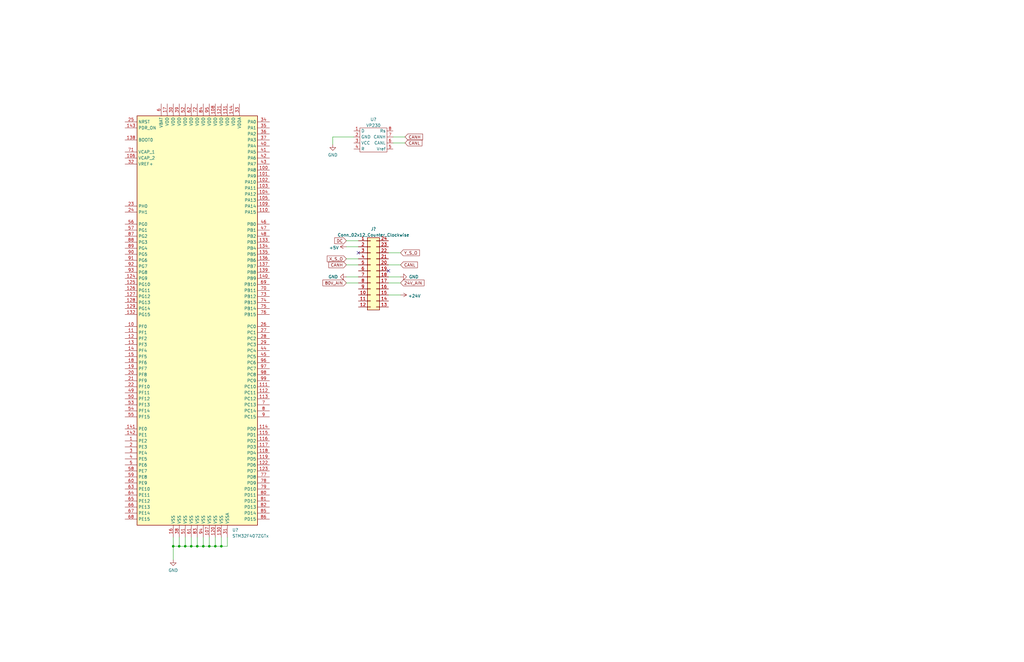
<source format=kicad_sch>
(kicad_sch (version 20211123) (generator eeschema)
  (paper "USLedger")
  (lib_symbols
    (symbol "Connector_Generic:Conn_02x12_Counter_Clockwise" (pin_names (offset 1.016) hide)
      (property "Reference" "J" (at 1.27 15.24 0))
      (property "Value" "Conn_02x12_Counter_Clockwise" (at 1.27 -17.78 0))
      (symbol "Conn_02x12_Counter_Clockwise_1_1"
        (rectangle (start -1.27 -15.113) (end 0 -15.367) (stroke (width 0.1524)))
        (rectangle (start -1.27 -12.573) (end 0 -12.827) (stroke (width 0.1524)))
        (rectangle (start -1.27 -10.033) (end 0 -10.287) (stroke (width 0.1524)))
        (rectangle (start -1.27 -7.493) (end 0 -7.747) (stroke (width 0.1524)))
        (rectangle (start -1.27 -4.953) (end 0 -5.207) (stroke (width 0.1524)))
        (rectangle (start -1.27 -2.413) (end 0 -2.667) (stroke (width 0.1524)))
        (rectangle (start -1.27 0.127) (end 0 -0.127) (stroke (width 0.1524)))
        (rectangle (start -1.27 2.667) (end 0 2.413) (stroke (width 0.1524)))
        (rectangle (start -1.27 5.207) (end 0 4.953) (stroke (width 0.1524)))
        (rectangle (start -1.27 7.747) (end 0 7.493) (stroke (width 0.1524)))
        (rectangle (start -1.27 10.287) (end 0 10.033) (stroke (width 0.1524)))
        (rectangle (start -1.27 12.827) (end 0 12.573) (stroke (width 0.1524)))
        (rectangle (start -1.27 13.97) (end 3.81 -16.51) (stroke (width 0.254)) (fill (type background)))
        (rectangle (start 3.81 -15.113) (end 2.54 -15.367) (stroke (width 0.1524)))
        (rectangle (start 3.81 -12.573) (end 2.54 -12.827) (stroke (width 0.1524)))
        (rectangle (start 3.81 -10.033) (end 2.54 -10.287) (stroke (width 0.1524)))
        (rectangle (start 3.81 -7.493) (end 2.54 -7.747) (stroke (width 0.1524)))
        (rectangle (start 3.81 -4.953) (end 2.54 -5.207) (stroke (width 0.1524)))
        (rectangle (start 3.81 -2.413) (end 2.54 -2.667) (stroke (width 0.1524)))
        (rectangle (start 3.81 0.127) (end 2.54 -0.127) (stroke (width 0.1524)))
        (rectangle (start 3.81 2.667) (end 2.54 2.413) (stroke (width 0.1524)))
        (rectangle (start 3.81 5.207) (end 2.54 4.953) (stroke (width 0.1524)))
        (rectangle (start 3.81 7.747) (end 2.54 7.493) (stroke (width 0.1524)))
        (rectangle (start 3.81 10.287) (end 2.54 10.033) (stroke (width 0.1524)))
        (rectangle (start 3.81 12.827) (end 2.54 12.573) (stroke (width 0.1524)))
        (pin passive line (at -5.08 12.7 0) (length 3.81) (name "Pin_1") (number "1"))
        (pin passive line (at -5.08 -10.16 0) (length 3.81) (name "Pin_10") (number "10"))
        (pin passive line (at -5.08 -12.7 0) (length 3.81) (name "Pin_11") (number "11"))
        (pin passive line (at -5.08 -15.24 0) (length 3.81) (name "Pin_12") (number "12"))
        (pin passive line (at 7.62 -15.24 180) (length 3.81) (name "Pin_13") (number "13"))
        (pin passive line (at 7.62 -12.7 180) (length 3.81) (name "Pin_14") (number "14"))
        (pin passive line (at 7.62 -10.16 180) (length 3.81) (name "Pin_15") (number "15"))
        (pin passive line (at 7.62 -7.62 180) (length 3.81) (name "Pin_16") (number "16"))
        (pin passive line (at 7.62 -5.08 180) (length 3.81) (name "Pin_17") (number "17"))
        (pin passive line (at 7.62 -2.54 180) (length 3.81) (name "Pin_18") (number "18"))
        (pin passive line (at 7.62 0 180) (length 3.81) (name "Pin_19") (number "19"))
        (pin passive line (at -5.08 10.16 0) (length 3.81) (name "Pin_2") (number "2"))
        (pin passive line (at 7.62 2.54 180) (length 3.81) (name "Pin_20") (number "20"))
        (pin passive line (at 7.62 5.08 180) (length 3.81) (name "Pin_21") (number "21"))
        (pin passive line (at 7.62 7.62 180) (length 3.81) (name "Pin_22") (number "22"))
        (pin passive line (at 7.62 10.16 180) (length 3.81) (name "Pin_23") (number "23"))
        (pin passive line (at 7.62 12.7 180) (length 3.81) (name "Pin_24") (number "24"))
        (pin passive line (at -5.08 7.62 0) (length 3.81) (name "Pin_3") (number "3"))
        (pin passive line (at -5.08 5.08 0) (length 3.81) (name "Pin_4") (number "4"))
        (pin passive line (at -5.08 2.54 0) (length 3.81) (name "Pin_5") (number "5"))
        (pin passive line (at -5.08 0 0) (length 3.81) (name "Pin_6") (number "6"))
        (pin passive line (at -5.08 -2.54 0) (length 3.81) (name "Pin_7") (number "7"))
        (pin passive line (at -5.08 -5.08 0) (length 3.81) (name "Pin_8") (number "8"))
        (pin passive line (at -5.08 -7.62 0) (length 3.81) (name "Pin_9") (number "9"))
      )
    )
    (symbol "MCU_ST_STM32F4:STM32F407ZGTx"
      (property "Reference" "U" (at -25.4 87.63 0))
      (property "Value" "STM32F407ZGTx" (at 20.32 87.63 0))
      (symbol "STM32F407ZGTx_0_1"
        (rectangle (start -25.4 -86.36) (end 25.4 86.36) (stroke (width 0.254)) (fill (type background)))
      )
      (symbol "STM32F407ZGTx_1_1"
        (pin bidirectional line (at -30.48 -50.8 0) (length 5.08) (name "PE2") (number "1"))
        (pin bidirectional line (at -30.48 -2.54 0) (length 5.08) (name "PF0") (number "10"))
        (pin bidirectional line (at 30.48 63.5 180) (length 5.08) (name "PA8") (number "100"))
        (pin bidirectional line (at 30.48 60.96 180) (length 5.08) (name "PA9") (number "101"))
        (pin bidirectional line (at 30.48 58.42 180) (length 5.08) (name "PA10") (number "102"))
        (pin bidirectional line (at 30.48 55.88 180) (length 5.08) (name "PA11") (number "103"))
        (pin bidirectional line (at 30.48 53.34 180) (length 5.08) (name "PA12") (number "104"))
        (pin bidirectional line (at 30.48 50.8 180) (length 5.08) (name "PA13") (number "105"))
        (pin power_in line (at -30.48 68.58 0) (length 5.08) (name "VCAP_2") (number "106"))
        (pin power_in line (at 5.08 -91.44 90) (length 5.08) (name "VSS") (number "107"))
        (pin power_in line (at 7.62 91.44 270) (length 5.08) (name "VDD") (number "108"))
        (pin bidirectional line (at 30.48 48.26 180) (length 5.08) (name "PA14") (number "109"))
        (pin bidirectional line (at -30.48 -5.08 0) (length 5.08) (name "PF1") (number "11"))
        (pin bidirectional line (at 30.48 45.72 180) (length 5.08) (name "PA15") (number "110"))
        (pin bidirectional line (at 30.48 -27.94 180) (length 5.08) (name "PC10") (number "111"))
        (pin bidirectional line (at 30.48 -30.48 180) (length 5.08) (name "PC11") (number "112"))
        (pin bidirectional line (at 30.48 -33.02 180) (length 5.08) (name "PC12") (number "113"))
        (pin bidirectional line (at 30.48 -45.72 180) (length 5.08) (name "PD0") (number "114"))
        (pin bidirectional line (at 30.48 -48.26 180) (length 5.08) (name "PD1") (number "115"))
        (pin bidirectional line (at 30.48 -50.8 180) (length 5.08) (name "PD2") (number "116"))
        (pin bidirectional line (at 30.48 -53.34 180) (length 5.08) (name "PD3") (number "117"))
        (pin bidirectional line (at 30.48 -55.88 180) (length 5.08) (name "PD4") (number "118"))
        (pin bidirectional line (at 30.48 -58.42 180) (length 5.08) (name "PD5") (number "119"))
        (pin bidirectional line (at -30.48 -7.62 0) (length 5.08) (name "PF2") (number "12"))
        (pin power_in line (at 7.62 -91.44 90) (length 5.08) (name "VSS") (number "120"))
        (pin power_in line (at 10.16 91.44 270) (length 5.08) (name "VDD") (number "121"))
        (pin bidirectional line (at 30.48 -60.96 180) (length 5.08) (name "PD6") (number "122"))
        (pin bidirectional line (at 30.48 -63.5 180) (length 5.08) (name "PD7") (number "123"))
        (pin bidirectional line (at -30.48 17.78 0) (length 5.08) (name "PG9") (number "124"))
        (pin bidirectional line (at -30.48 15.24 0) (length 5.08) (name "PG10") (number "125"))
        (pin bidirectional line (at -30.48 12.7 0) (length 5.08) (name "PG11") (number "126"))
        (pin bidirectional line (at -30.48 10.16 0) (length 5.08) (name "PG12") (number "127"))
        (pin bidirectional line (at -30.48 7.62 0) (length 5.08) (name "PG13") (number "128"))
        (pin bidirectional line (at -30.48 5.08 0) (length 5.08) (name "PG14") (number "129"))
        (pin bidirectional line (at -30.48 -10.16 0) (length 5.08) (name "PF3") (number "13"))
        (pin power_in line (at 10.16 -91.44 90) (length 5.08) (name "VSS") (number "130"))
        (pin power_in line (at 12.7 91.44 270) (length 5.08) (name "VDD") (number "131"))
        (pin bidirectional line (at -30.48 2.54 0) (length 5.08) (name "PG15") (number "132"))
        (pin bidirectional line (at 30.48 33.02 180) (length 5.08) (name "PB3") (number "133"))
        (pin bidirectional line (at 30.48 30.48 180) (length 5.08) (name "PB4") (number "134"))
        (pin bidirectional line (at 30.48 27.94 180) (length 5.08) (name "PB5") (number "135"))
        (pin bidirectional line (at 30.48 25.4 180) (length 5.08) (name "PB6") (number "136"))
        (pin bidirectional line (at 30.48 22.86 180) (length 5.08) (name "PB7") (number "137"))
        (pin input line (at -30.48 76.2 0) (length 5.08) (name "BOOT0") (number "138"))
        (pin bidirectional line (at 30.48 20.32 180) (length 5.08) (name "PB8") (number "139"))
        (pin bidirectional line (at -30.48 -12.7 0) (length 5.08) (name "PF4") (number "14"))
        (pin bidirectional line (at 30.48 17.78 180) (length 5.08) (name "PB9") (number "140"))
        (pin bidirectional line (at -30.48 -45.72 0) (length 5.08) (name "PE0") (number "141"))
        (pin bidirectional line (at -30.48 -48.26 0) (length 5.08) (name "PE1") (number "142"))
        (pin input line (at -30.48 81.28 0) (length 5.08) (name "PDR_ON") (number "143"))
        (pin power_in line (at 15.24 91.44 270) (length 5.08) (name "VDD") (number "144"))
        (pin bidirectional line (at -30.48 -15.24 0) (length 5.08) (name "PF5") (number "15"))
        (pin power_in line (at -10.16 -91.44 90) (length 5.08) (name "VSS") (number "16"))
        (pin power_in line (at -12.7 91.44 270) (length 5.08) (name "VDD") (number "17"))
        (pin bidirectional line (at -30.48 -17.78 0) (length 5.08) (name "PF6") (number "18"))
        (pin bidirectional line (at -30.48 -20.32 0) (length 5.08) (name "PF7") (number "19"))
        (pin bidirectional line (at -30.48 -53.34 0) (length 5.08) (name "PE3") (number "2"))
        (pin bidirectional line (at -30.48 -22.86 0) (length 5.08) (name "PF8") (number "20"))
        (pin bidirectional line (at -30.48 -25.4 0) (length 5.08) (name "PF9") (number "21"))
        (pin bidirectional line (at -30.48 -27.94 0) (length 5.08) (name "PF10") (number "22"))
        (pin input line (at -30.48 48.26 0) (length 5.08) (name "PH0") (number "23"))
        (pin input line (at -30.48 45.72 0) (length 5.08) (name "PH1") (number "24"))
        (pin input line (at -30.48 83.82 0) (length 5.08) (name "NRST") (number "25"))
        (pin bidirectional line (at 30.48 -2.54 180) (length 5.08) (name "PC0") (number "26"))
        (pin bidirectional line (at 30.48 -5.08 180) (length 5.08) (name "PC1") (number "27"))
        (pin bidirectional line (at 30.48 -7.62 180) (length 5.08) (name "PC2") (number "28"))
        (pin bidirectional line (at 30.48 -10.16 180) (length 5.08) (name "PC3") (number "29"))
        (pin bidirectional line (at -30.48 -55.88 0) (length 5.08) (name "PE4") (number "3"))
        (pin power_in line (at -10.16 91.44 270) (length 5.08) (name "VDD") (number "30"))
        (pin power_in line (at 12.7 -91.44 90) (length 5.08) (name "VSSA") (number "31"))
        (pin power_in line (at -30.48 66.04 0) (length 5.08) (name "VREF+") (number "32"))
        (pin power_in line (at 17.78 91.44 270) (length 5.08) (name "VDDA") (number "33"))
        (pin bidirectional line (at 30.48 83.82 180) (length 5.08) (name "PA0") (number "34"))
        (pin bidirectional line (at 30.48 81.28 180) (length 5.08) (name "PA1") (number "35"))
        (pin bidirectional line (at 30.48 78.74 180) (length 5.08) (name "PA2") (number "36"))
        (pin bidirectional line (at 30.48 76.2 180) (length 5.08) (name "PA3") (number "37"))
        (pin power_in line (at -7.62 -91.44 90) (length 5.08) (name "VSS") (number "38"))
        (pin power_in line (at -7.62 91.44 270) (length 5.08) (name "VDD") (number "39"))
        (pin bidirectional line (at -30.48 -58.42 0) (length 5.08) (name "PE5") (number "4"))
        (pin bidirectional line (at 30.48 73.66 180) (length 5.08) (name "PA4") (number "40"))
        (pin bidirectional line (at 30.48 71.12 180) (length 5.08) (name "PA5") (number "41"))
        (pin bidirectional line (at 30.48 68.58 180) (length 5.08) (name "PA6") (number "42"))
        (pin bidirectional line (at 30.48 66.04 180) (length 5.08) (name "PA7") (number "43"))
        (pin bidirectional line (at 30.48 -12.7 180) (length 5.08) (name "PC4") (number "44"))
        (pin bidirectional line (at 30.48 -15.24 180) (length 5.08) (name "PC5") (number "45"))
        (pin bidirectional line (at 30.48 40.64 180) (length 5.08) (name "PB0") (number "46"))
        (pin bidirectional line (at 30.48 38.1 180) (length 5.08) (name "PB1") (number "47"))
        (pin bidirectional line (at 30.48 35.56 180) (length 5.08) (name "PB2") (number "48"))
        (pin bidirectional line (at -30.48 -30.48 0) (length 5.08) (name "PF11") (number "49"))
        (pin bidirectional line (at -30.48 -60.96 0) (length 5.08) (name "PE6") (number "5"))
        (pin bidirectional line (at -30.48 -33.02 0) (length 5.08) (name "PF12") (number "50"))
        (pin power_in line (at -5.08 -91.44 90) (length 5.08) (name "VSS") (number "51"))
        (pin power_in line (at -5.08 91.44 270) (length 5.08) (name "VDD") (number "52"))
        (pin bidirectional line (at -30.48 -35.56 0) (length 5.08) (name "PF13") (number "53"))
        (pin bidirectional line (at -30.48 -38.1 0) (length 5.08) (name "PF14") (number "54"))
        (pin bidirectional line (at -30.48 -40.64 0) (length 5.08) (name "PF15") (number "55"))
        (pin bidirectional line (at -30.48 40.64 0) (length 5.08) (name "PG0") (number "56"))
        (pin bidirectional line (at -30.48 38.1 0) (length 5.08) (name "PG1") (number "57"))
        (pin bidirectional line (at -30.48 -63.5 0) (length 5.08) (name "PE7") (number "58"))
        (pin bidirectional line (at -30.48 -66.04 0) (length 5.08) (name "PE8") (number "59"))
        (pin power_in line (at -15.24 91.44 270) (length 5.08) (name "VBAT") (number "6"))
        (pin bidirectional line (at -30.48 -68.58 0) (length 5.08) (name "PE9") (number "60"))
        (pin power_in line (at -2.54 -91.44 90) (length 5.08) (name "VSS") (number "61"))
        (pin power_in line (at -2.54 91.44 270) (length 5.08) (name "VDD") (number "62"))
        (pin bidirectional line (at -30.48 -71.12 0) (length 5.08) (name "PE10") (number "63"))
        (pin bidirectional line (at -30.48 -73.66 0) (length 5.08) (name "PE11") (number "64"))
        (pin bidirectional line (at -30.48 -76.2 0) (length 5.08) (name "PE12") (number "65"))
        (pin bidirectional line (at -30.48 -78.74 0) (length 5.08) (name "PE13") (number "66"))
        (pin bidirectional line (at -30.48 -81.28 0) (length 5.08) (name "PE14") (number "67"))
        (pin bidirectional line (at -30.48 -83.82 0) (length 5.08) (name "PE15") (number "68"))
        (pin bidirectional line (at 30.48 15.24 180) (length 5.08) (name "PB10") (number "69"))
        (pin bidirectional line (at 30.48 -35.56 180) (length 5.08) (name "PC13") (number "7"))
        (pin bidirectional line (at 30.48 12.7 180) (length 5.08) (name "PB11") (number "70"))
        (pin power_in line (at -30.48 71.12 0) (length 5.08) (name "VCAP_1") (number "71"))
        (pin power_in line (at 0 91.44 270) (length 5.08) (name "VDD") (number "72"))
        (pin bidirectional line (at 30.48 10.16 180) (length 5.08) (name "PB12") (number "73"))
        (pin bidirectional line (at 30.48 7.62 180) (length 5.08) (name "PB13") (number "74"))
        (pin bidirectional line (at 30.48 5.08 180) (length 5.08) (name "PB14") (number "75"))
        (pin bidirectional line (at 30.48 2.54 180) (length 5.08) (name "PB15") (number "76"))
        (pin bidirectional line (at 30.48 -66.04 180) (length 5.08) (name "PD8") (number "77"))
        (pin bidirectional line (at 30.48 -68.58 180) (length 5.08) (name "PD9") (number "78"))
        (pin bidirectional line (at 30.48 -71.12 180) (length 5.08) (name "PD10") (number "79"))
        (pin bidirectional line (at 30.48 -38.1 180) (length 5.08) (name "PC14") (number "8"))
        (pin bidirectional line (at 30.48 -73.66 180) (length 5.08) (name "PD11") (number "80"))
        (pin bidirectional line (at 30.48 -76.2 180) (length 5.08) (name "PD12") (number "81"))
        (pin bidirectional line (at 30.48 -78.74 180) (length 5.08) (name "PD13") (number "82"))
        (pin power_in line (at 0 -91.44 90) (length 5.08) (name "VSS") (number "83"))
        (pin power_in line (at 2.54 91.44 270) (length 5.08) (name "VDD") (number "84"))
        (pin bidirectional line (at 30.48 -81.28 180) (length 5.08) (name "PD14") (number "85"))
        (pin bidirectional line (at 30.48 -83.82 180) (length 5.08) (name "PD15") (number "86"))
        (pin bidirectional line (at -30.48 35.56 0) (length 5.08) (name "PG2") (number "87"))
        (pin bidirectional line (at -30.48 33.02 0) (length 5.08) (name "PG3") (number "88"))
        (pin bidirectional line (at -30.48 30.48 0) (length 5.08) (name "PG4") (number "89"))
        (pin bidirectional line (at 30.48 -40.64 180) (length 5.08) (name "PC15") (number "9"))
        (pin bidirectional line (at -30.48 27.94 0) (length 5.08) (name "PG5") (number "90"))
        (pin bidirectional line (at -30.48 25.4 0) (length 5.08) (name "PG6") (number "91"))
        (pin bidirectional line (at -30.48 22.86 0) (length 5.08) (name "PG7") (number "92"))
        (pin bidirectional line (at -30.48 20.32 0) (length 5.08) (name "PG8") (number "93"))
        (pin power_in line (at 2.54 -91.44 90) (length 5.08) (name "VSS") (number "94"))
        (pin power_in line (at 5.08 91.44 270) (length 5.08) (name "VDD") (number "95"))
        (pin bidirectional line (at 30.48 -17.78 180) (length 5.08) (name "PC6") (number "96"))
        (pin bidirectional line (at 30.48 -20.32 180) (length 5.08) (name "PC7") (number "97"))
        (pin bidirectional line (at 30.48 -22.86 180) (length 5.08) (name "PC8") (number "98"))
        (pin bidirectional line (at 30.48 -25.4 180) (length 5.08) (name "PC9") (number "99"))
      )
    )
    (symbol "TM245_parts:VP230"
      (property "Reference" "U" (at 0 -6.35 0))
      (property "Value" "VP230" (at 0 6.35 0))
      (symbol "VP230_0_1"
        (rectangle (start -5.08 5.08) (end 6.35 -5.08))
      )
      (symbol "VP230_1_1"
        (pin input line (at -7.62 3.81 0) (length 2.54) (name "D") (number "1"))
        (pin input line (at -7.62 1.27 0) (length 2.54) (name "GND") (number "2"))
        (pin input line (at -7.62 -1.27 0) (length 2.54) (name "VCC") (number "3"))
        (pin input line (at -7.62 -3.81 0) (length 2.54) (name "R") (number "4"))
        (pin input line (at 8.89 -3.81 180) (length 2.54) (name "Vref") (number "5"))
        (pin input line (at 8.89 -1.27 180) (length 2.54) (name "CANL") (number "6"))
        (pin input line (at 8.89 1.27 180) (length 2.54) (name "CANH") (number "7"))
        (pin input line (at 8.89 3.81 180) (length 2.54) (name "Rs") (number "8"))
      )
    )
    (symbol "power:+24V" (power) (pin_names (offset 0))
      (property "Value" "+24V" (at 0 3.556 0))
      (symbol "+24V_0_1"
        (polyline (pts (xy -0.762 1.27) (xy 0 2.54)))
        (polyline (pts (xy 0 0) (xy 0 2.54)))
        (polyline (pts (xy 0 2.54) (xy 0.762 1.27)))
      )
      (symbol "+24V_1_1"
        (pin power_in line (at 0 0 90) (length 0) hide (name "+24V") (number "1"))
      )
    )
    (symbol "power:+5V" (power) (pin_names (offset 0))
      (property "Value" "+5V" (at 0 3.556 0))
      (symbol "+5V_0_1"
        (polyline (pts (xy -0.762 1.27) (xy 0 2.54)))
        (polyline (pts (xy 0 0) (xy 0 2.54)))
        (polyline (pts (xy 0 2.54) (xy 0.762 1.27)))
      )
      (symbol "+5V_1_1"
        (pin power_in line (at 0 0 90) (length 0) hide (name "+5V") (number "1"))
      )
    )
    (symbol "power:GND" (power) (pin_names (offset 0))
      (property "Value" "GND" (at 0 -3.81 0))
      (symbol "GND_0_1"
        (polyline (pts (xy 0 0) (xy 0 -1.27) (xy 1.27 -1.27) (xy 0 -2.54) (xy -1.27 -1.27) (xy 0 -1.27)))
      )
      (symbol "GND_1_1"
        (pin power_in line (at 0 0 270) (length 0) hide (name "GND") (number "1"))
      )
    )
  )
  (junction (at 85.725 230.505))
  (junction (at 78.105 230.505))
  (junction (at 83.185 230.505))
  (junction (at 90.805 230.505))
  (junction (at 88.265 230.505))
  (junction (at 73.025 230.505))
  (junction (at 93.345 230.505))
  (junction (at 75.565 230.505))
  (junction (at 80.645 230.505))
  (no_connect (at 151.13 106.68))
  (no_connect (at 163.83 114.3))
  (wire (pts (xy 93.345 230.505) (xy 95.885 230.505)))
  (wire (pts (xy 151.13 101.6) (xy 146.05 101.6)))
  (wire (pts (xy 83.185 226.695) (xy 83.185 230.505)))
  (wire (pts (xy 73.025 226.695) (xy 73.025 230.505)))
  (wire (pts (xy 78.105 226.695) (xy 78.105 230.505)))
  (wire (pts (xy 163.83 124.46) (xy 168.91 124.46)))
  (wire (pts (xy 165.735 60.325) (xy 170.815 60.325)))
  (wire (pts (xy 95.885 226.695) (xy 95.885 230.505)))
  (wire (pts (xy 73.025 230.505) (xy 75.565 230.505)))
  (wire (pts (xy 151.13 111.76) (xy 146.05 111.76)))
  (wire (pts (xy 151.13 109.22) (xy 146.05 109.22)))
  (wire (pts (xy 163.83 111.76) (xy 168.91 111.76)))
  (wire (pts (xy 146.05 116.84) (xy 151.13 116.84)))
  (wire (pts (xy 151.13 119.38) (xy 146.05 119.38)))
  (wire (pts (xy 78.105 230.505) (xy 80.645 230.505)))
  (wire (pts (xy 80.645 230.505) (xy 83.185 230.505)))
  (wire (pts (xy 165.735 57.785) (xy 170.815 57.785)))
  (wire (pts (xy 88.265 226.695) (xy 88.265 230.505)))
  (wire (pts (xy 75.565 230.505) (xy 78.105 230.505)))
  (wire (pts (xy 73.025 236.22) (xy 73.025 230.505)))
  (wire (pts (xy 83.185 230.505) (xy 85.725 230.505)))
  (wire (pts (xy 85.725 230.505) (xy 88.265 230.505)))
  (wire (pts (xy 90.805 230.505) (xy 93.345 230.505)))
  (wire (pts (xy 80.645 226.695) (xy 80.645 230.505)))
  (wire (pts (xy 85.725 226.695) (xy 85.725 230.505)))
  (wire (pts (xy 140.335 57.785) (xy 149.225 57.785)))
  (wire (pts (xy 93.345 226.695) (xy 93.345 230.505)))
  (wire (pts (xy 90.805 226.695) (xy 90.805 230.505)))
  (wire (pts (xy 140.335 60.96) (xy 140.335 57.785)))
  (wire (pts (xy 88.265 230.505) (xy 90.805 230.505)))
  (wire (pts (xy 163.83 119.38) (xy 168.91 119.38)))
  (wire (pts (xy 163.83 106.68) (xy 168.91 106.68)))
  (wire (pts (xy 151.13 104.14) (xy 146.05 104.14)))
  (wire (pts (xy 75.565 226.695) (xy 75.565 230.505)))
  (wire (pts (xy 168.91 116.84) (xy 163.83 116.84)))
  (global_label "80V_AIN" (shape input) (at 146.05 119.38 180) (property "Intersheet References" "${INTERSHEET_REFS}" (effects hide)))
  (global_label "DC" (shape input) (at 146.05 101.6 180) (property "Intersheet References" "${INTERSHEET_REFS}" (effects hide)))
  (global_label "24V_AIN" (shape input) (at 168.91 119.38 0) (property "Intersheet References" "${INTERSHEET_REFS}" (effects hide)))
  (global_label "CANL" (shape input) (at 170.815 60.325 0) (property "Intersheet References" "${INTERSHEET_REFS}" (effects hide)))
  (global_label "X_S_O" (shape input) (at 146.05 109.22 180) (property "Intersheet References" "${INTERSHEET_REFS}" (effects hide)))
  (global_label "CANH" (shape input) (at 146.05 111.76 180) (property "Intersheet References" "${INTERSHEET_REFS}" (effects hide)))
  (global_label "CANH" (shape input) (at 170.815 57.785 0) (property "Intersheet References" "${INTERSHEET_REFS}" (effects hide)))
  (global_label "Y_S_O" (shape input) (at 168.91 106.68 0) (property "Intersheet References" "${INTERSHEET_REFS}" (effects hide)))
  (global_label "CANL" (shape input) (at 168.91 111.76 0) (property "Intersheet References" "${INTERSHEET_REFS}" (effects hide)))
  (symbol (lib_id "TM245_parts:VP230") (at 156.845 59.055 0) (unit 1)
    (property "Reference" "U?" (at 157.48 50.4022 0))
    (property "Value" "VP230" (at 157.48 52.9391 0))
  )
  (symbol (lib_id "power:GND") (at 140.335 60.96 0) (unit 1)
    (property "Reference" "#PWR?" (effects hide))
    (property "Value" "GND" (at 140.335 65.4034 0))
  )
  (symbol (lib_id "power:+24V") (at 168.91 124.46 270) (unit 1)
    (property "Reference" "#PWR?" (effects hide))
    (property "Value" "+24V" (at 172.085 124.8938 90) (effects (justify left)))
  )
  (symbol (lib_id "Connector_Generic:Conn_02x12_Counter_Clockwise") (at 156.21 114.3 0) (unit 1)
    (property "Reference" "J?" (at 157.48 96.6302 0))
    (property "Value" "Conn_02x12_Counter_Clockwise" (at 157.48 99.1671 0))
  )
  (symbol (lib_id "power:GND") (at 168.91 116.84 90) (unit 1)
    (property "Reference" "#PWR?" (effects hide))
    (property "Value" "GND" (at 176.53 116.84 90) (effects (justify left)))
  )
  (symbol (lib_id "power:+5V") (at 146.05 104.14 90) (unit 1)
    (property "Reference" "#PWR?" (effects hide))
    (property "Value" "+5V" (at 142.8751 104.5738 90) (effects (justify left)))
  )
  (symbol (lib_id "MCU_ST_STM32F4:STM32F407ZGTx") (at 83.185 135.255 0) (unit 1)
    (property "Reference" "U?" (at 97.9044 223.6454 0) (effects (justify left)))
    (property "Value" "STM32F407ZGTx" (at 97.9044 226.1823 0) (effects (justify left)))
    (property "Footprint" "Package_QFP:LQFP-144_20x20mm_P0.5mm" (effects hide))
    (property "Datasheet" "http://www.st.com/st-web-ui/static/active/en/resource/technical/document/datasheet/DM00037051.pdf" (effects hide))
  )
  (symbol (lib_id "power:GND") (at 73.025 236.22 0) (unit 1)
    (property "Reference" "#PWR?" (effects hide))
    (property "Value" "GND" (at 73.025 240.6634 0))
  )
  (symbol (lib_id "power:GND") (at 146.05 116.84 270) (unit 1)
    (property "Reference" "#PWR?" (effects hide))
    (property "Value" "GND" (at 138.43 116.84 90) (effects (justify left)))
  )
)
</source>
